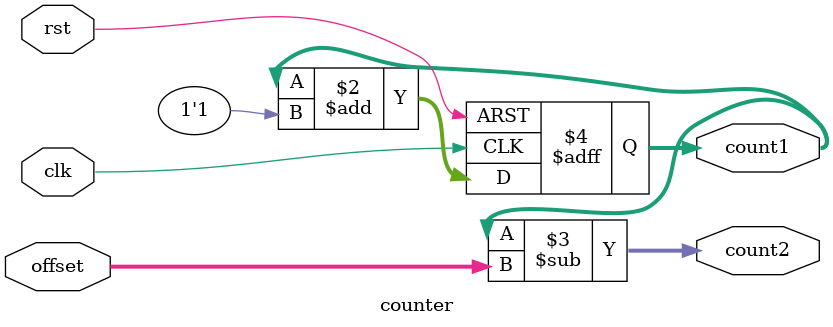
<source format=sv>
module counter #( //module name must be same as file name
    parameter WIDTH = 9
)(
    // interface signals
    input logic clk, //clock
    input logic rst, //reset
    input logic [WIDTH-1:0] offset, //offset
    output logic [WIDTH-1:0] count1, //count output
    output logic [WIDTH-1:0] count2 //count output + offset
);

always_ff @ (posedge clk, posedge rst)

    if (rst) count1 <= {WIDTH{1'b0}};
    else  begin
        count1 <= count1 + 1'b1;
    end
    assign count2 = count1 - offset;


endmodule

</source>
